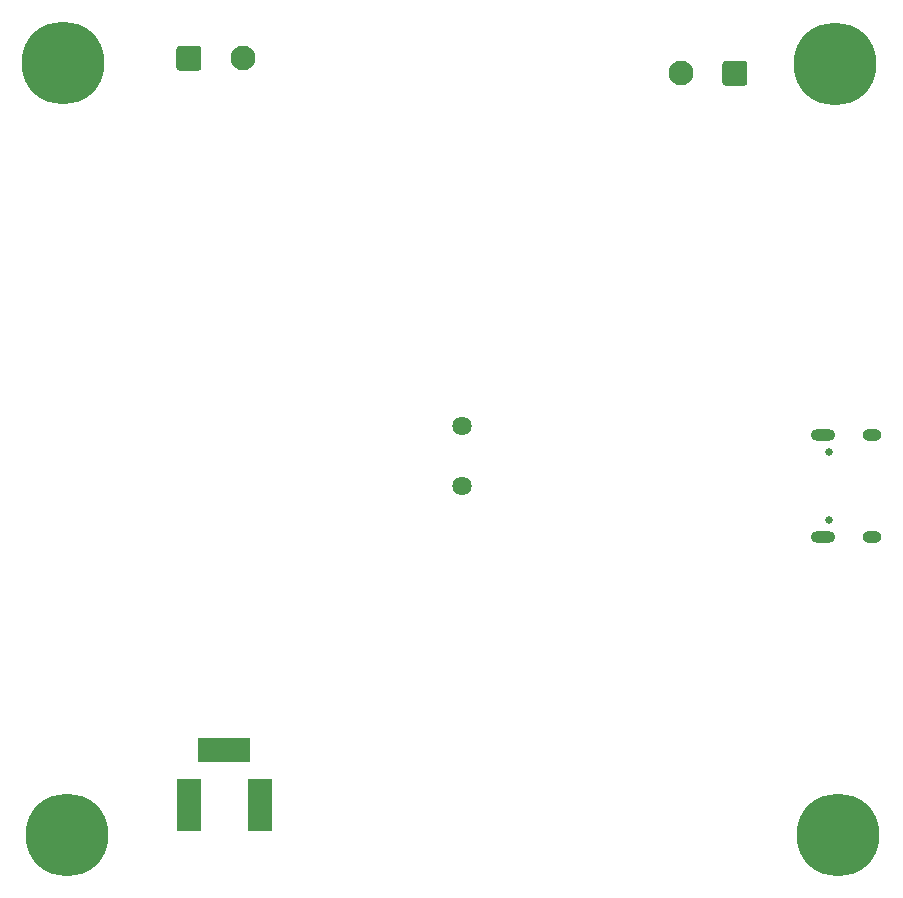
<source format=gbr>
G04 #@! TF.GenerationSoftware,KiCad,Pcbnew,(5.1.8)-1*
G04 #@! TF.CreationDate,2021-05-16T14:51:21+01:00*
G04 #@! TF.ProjectId,jubileev2,6a756269-6c65-4657-9632-2e6b69636164,rev?*
G04 #@! TF.SameCoordinates,Original*
G04 #@! TF.FileFunction,Soldermask,Bot*
G04 #@! TF.FilePolarity,Negative*
%FSLAX46Y46*%
G04 Gerber Fmt 4.6, Leading zero omitted, Abs format (unit mm)*
G04 Created by KiCad (PCBNEW (5.1.8)-1) date 2021-05-16 14:51:21*
%MOMM*%
%LPD*%
G01*
G04 APERTURE LIST*
%ADD10C,0.650000*%
%ADD11O,2.100000X1.000000*%
%ADD12O,1.600000X1.000000*%
%ADD13C,7.000000*%
%ADD14C,3.900000*%
%ADD15C,1.638000*%
%ADD16R,2.000000X4.500000*%
%ADD17R,4.500000X2.000000*%
%ADD18C,2.100000*%
G04 APERTURE END LIST*
D10*
G04 #@! TO.C,USB1*
X110098000Y-91743000D03*
X110098000Y-97523000D03*
D11*
X109568000Y-98953000D03*
X109568000Y-90313000D03*
D12*
X113748000Y-98953000D03*
X113748000Y-90313000D03*
G04 #@! TD*
D13*
G04 #@! TO.C,H4*
X45593000Y-124206000D03*
D14*
X45593000Y-124206000D03*
G04 #@! TD*
D13*
G04 #@! TO.C,H3*
X110568000Y-58928000D03*
D14*
X110568000Y-58928000D03*
G04 #@! TD*
D13*
G04 #@! TO.C,H2*
X110871000Y-124206000D03*
D14*
X110871000Y-124206000D03*
G04 #@! TD*
D13*
G04 #@! TO.C,H1*
X45212000Y-58801000D03*
D14*
X45212000Y-58801000D03*
G04 #@! TD*
D15*
G04 #@! TO.C,S2*
X78968000Y-89548000D03*
X78968000Y-94653000D03*
G04 #@! TD*
D16*
G04 #@! TO.C,J1*
X61880000Y-121666000D03*
X55880000Y-121666000D03*
D17*
X58880000Y-116966000D03*
G04 #@! TD*
D18*
G04 #@! TO.C,J3*
X60480000Y-58420000D03*
G36*
G01*
X54830000Y-59220001D02*
X54830000Y-57619999D01*
G75*
G02*
X55079999Y-57370000I249999J0D01*
G01*
X56680001Y-57370000D01*
G75*
G02*
X56930000Y-57619999I0J-249999D01*
G01*
X56930000Y-59220001D01*
G75*
G02*
X56680001Y-59470000I-249999J0D01*
G01*
X55079999Y-59470000D01*
G75*
G02*
X54830000Y-59220001I0J249999D01*
G01*
G37*
G04 #@! TD*
G04 #@! TO.C,SW3*
G36*
G01*
X103158000Y-58889999D02*
X103158000Y-60490001D01*
G75*
G02*
X102908001Y-60740000I-249999J0D01*
G01*
X101307999Y-60740000D01*
G75*
G02*
X101058000Y-60490001I0J249999D01*
G01*
X101058000Y-58889999D01*
G75*
G02*
X101307999Y-58640000I249999J0D01*
G01*
X102908001Y-58640000D01*
G75*
G02*
X103158000Y-58889999I0J-249999D01*
G01*
G37*
X97508000Y-59690000D03*
G04 #@! TD*
M02*

</source>
